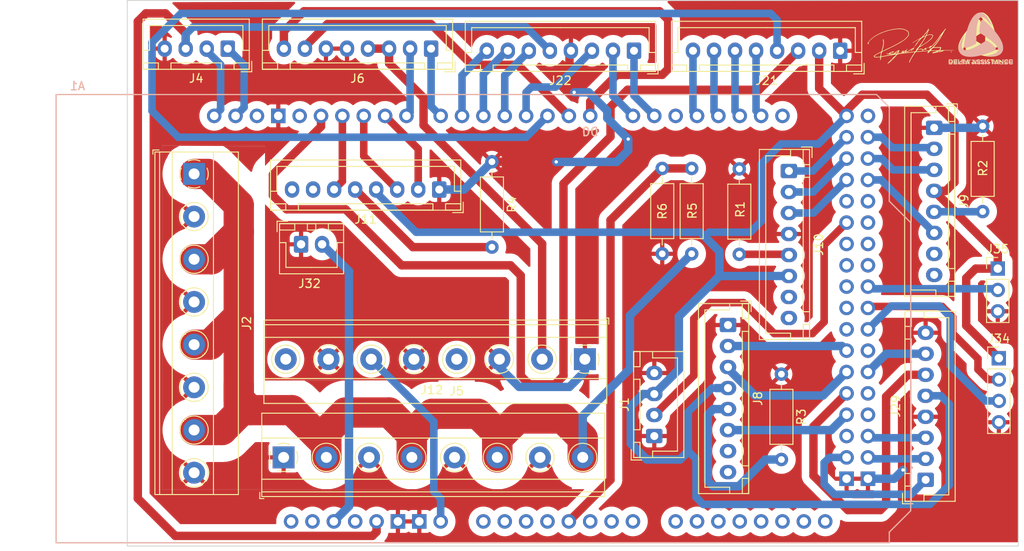
<source format=kicad_pcb>
(kicad_pcb (version 20221018) (generator pcbnew)
  (layers (0 "F.Cu" signal) (31 "B.Cu" signal) (34 "B.Paste" user) (35 "F.Paste" user) (36 "B.SilkS" user "B.Silkscreen") (37 "F.SilkS" user "F.Silkscreen") (38 "B.Mask" user) (39 "F.Mask" user) (44 "Edge.Cuts" user))
  (net 0 "")
  (net 2 "5V")
  (net 20 "R_IS1")
  (net 21 "L_IS1")
  (net 22 "RPWM1")
  (net 23 "LPWM1")
  (net 24 "PWM1")
  (net 25 "PWM2")
  (net 26 "R_IS2")
  (net 27 "L_IS2")
  (net 28 "RPWM2")
  (net 29 "LPWM2")
  (net 30 "TX1")
  (net 31 "RX1")
  (net 32 "LED1")
  (net 33 "LED2")
  (net 34 "LED3")
  (net 35 "LED4")
  (net 36 "PWM BOCINA")
  (net 38 "TRIG1")
  (net 39 "TRIG4")
  (net 40 "TRIG2")
  (net 42 "TRIG3")
  (net 44 "ECHO1")
  (net 45 "ECHO2")
  (net 46 "ECHO3")
  (net 47 "VENTILADOR RELAY")
  (net 48 "LDR_RELAY")
  (net 49 "R_EN1")
  (net 50 "L_EN1")
  (net 51 "R_EN2")
  (net 52 "L_EN2")
  (net 53 "SO")
  (net 54 "CSK")
  (net 55 "CS")
  (net 56 "GND")
  (net 58 "SCL")
  (net 59 "SDA")
  (net 60 "VIN")
  (net 61 "R6S")
  (net 62 "12V")
  (net 65 "R5VR")
  (net 68 "R5VM")
  (net 72 "LDR")
  (net 76 "DV")
  (net 77 "ECHO4")
  (net 78 "PWM BOCINAS_2")
  (net 79 "RESET")
  (net 80 "PIN RELAY")
  (net 82 "Net-(J8-Pin_5)")
  (net 85 "Net-(J10-Pin_5)")
  (net 88 "Net-(J11-Pin_5)")
  (net 94 "5V1")
  (net 97 "Net-(J9-Pin_5)")
  (footprint "LOGO" (layer "F.Cu") (at 127.583884 29.457115)
    (fp_text reference "G***" hide)
    (fp_text value "LOGO" hide)
  )
  (footprint "TerminalBlock_Phoenix:TerminalBlock_Phoenix_MKDS-1,5-8-5.08_1x08_P5.08mm_Horizontal" (layer "F.Cu") (at 52.731084 78.764715)
    (fp_text reference "J12")
    (fp_text value "MOTHERSCREW")
  )
  (footprint "Connector_PinHeader_2.54mm:PinHeader_1x04_P2.54mm_Vertical" (layer "F.Cu") (at 137.764084 66.963715)
    (fp_text reference "J34")
    (fp_text value "Relay 2")
  )
  (footprint "Connector_JST:JST_XH_B8B-XH-A_1x08_P2.50mm_Vertical" (layer "F.Cu") (at 94.387084 30.377715 180)
    (fp_text reference "J22")
    (fp_text value "driver_2")
  )
  (footprint "Connector_JST:JST_XH_B8B-XH-A_1x08_P2.50mm_Vertical" (layer "F.Cu") (at 105.563084 63.016715 -90)
    (fp_text reference "J8")
    (fp_text value "U_S3")
  )
  (footprint "Connector_JST:JST_XH_B8B-XH-A_1x08_P2.50mm_Vertical" (layer "F.Cu") (at 129.058084 81.431715 90)
    (fp_text reference "J29")
    (fp_text value "TB")
  )
  (footprint "Connector_JST:JST_XH_B2B-XH-A_1x02_P2.50mm_Vertical" (layer "F.Cu") (at 54.802084 53.409315)
    (fp_text reference "J32")
    (fp_text value "BOTON RESET" hide)
  )
  (footprint "Connector_JST:JST_XH_B8B-XH-A_1x08_P2.50mm_Vertical" (layer "F.Cu") (at 112.802084 44.681715 -90)
    (fp_text reference "J10")
    (fp_text value "U_S1")
  )
  (footprint "Resistor_THT:R_Axial_DIN0207_L6.3mm_D2.5mm_P10.16mm_Horizontal" (layer "F.Cu") (at 101.244084 54.537715 90)
    (fp_text reference "R6")
    (fp_text value "18000000")
  )
  (footprint "Resistor_THT:R_Axial_DIN0207_L6.3mm_D2.5mm_P10.16mm_Horizontal" (layer "F.Cu") (at 97.744084 44.377715 -90)
    (fp_text reference "R5")
    (fp_text value "10000000")
  )
  (footprint "Connector_JST:JST_XH_B8B-XH-A_1x08_P2.50mm_Vertical" (layer "F.Cu") (at 118.898084 30.377715 180)
    (fp_text reference "J21")
    (fp_text value "driver_1")
  )
  (footprint "Connector_JST:JST_XH_B8B-XH-A_1x08_P2.50mm_Vertical" (layer "F.Cu") (at 71.233084 46.887715 180)
    (fp_text reference "J11")
    (fp_text value "U_S4")
  )
  (footprint "Resistor_THT:R_Axial_DIN0207_L6.3mm_D2.5mm_P10.16mm_Horizontal" (layer "F.Cu") (at 111.913084 68.858715 -90)
    (fp_text reference "R3")
    (fp_text value "330")
  )
  (footprint "Connector_PinHeader_2.54mm:PinHeader_1x03_P2.54mm_Vertical" (layer "F.Cu") (at 137.637084 56.300715)
    (fp_text reference "J35")
    (fp_text value "Relay")
  )
  (footprint "PCM_arduino-library:Arduino_Mega2560_R3_Shield" (layer "F.Cu") (at 25.680084 88.924715)
    (fp_text reference "A1")
    (fp_text value "Arduino_Mega2560_R3_Shield")
  )
  (footprint "Connector_JST:JST_XH_B4B-XH-A_1x04_P2.50mm_Vertical" (layer "F.Cu") (at 96.800084 76.224715 90)
    (fp_text reference "J1")
    (fp_text value "ldr")
  )
  (footprint "Resistor_THT:R_Axial_DIN0207_L6.3mm_D2.5mm_P10.16mm_Horizontal" (layer "F.Cu") (at 77.496084 43.585715 -90)
    (fp_text reference "R4")
    (fp_text value "330")
  )
  (footprint "Connector_JST:JST_XH_B4B-XH-A_1x04_P2.50mm_Vertical" (layer "F.Cu") (at 46.087084 30.123715 180)
    (fp_text reference "J4")
    (fp_text value "Acelerometro")
  )
  (footprint "TerminalBlock_Phoenix:TerminalBlock_Phoenix_MKDS-1,5-8-5.08_1x08_P5.08mm_Horizontal" (layer "F.Cu") (at 42.087484 45.027315 -90)
    (fp_text reference "J2")
    (fp_text value "Bateria")
  )
  (footprint "Resistor_THT:R_Axial_DIN0207_L6.3mm_D2.5mm_P10.16mm_Horizontal" (layer "F.Cu") (at 106.904084 44.437715 -90)
    (fp_text reference "R1")
    (fp_text value "330")
  )
  (footprint "LOGO" (layer "F.Cu") (at 135.584884 28.898315)
    (fp_text reference "G***" hide)
    (fp_text value "LOGO" hide)
  )
  (footprint "Resistor_THT:R_Axial_DIN0207_L6.3mm_D2.5mm_P10.16mm_Horizontal" (layer "F.Cu") (at 135.839084 39.352715 -90)
    (fp_text reference "R2")
    (fp_text value "330")
  )
  (footprint "Connector_JST:JST_XH_B8B-XH-A_1x08_P2.50mm_Vertical" (layer "F.Cu") (at 70.264084 30.123715 180)
    (fp_text reference "J6")
    (fp_text value "SERVO_1_2")
  )
  (footprint "Connector_JST:JST_XH_B8B-XH-A_1x08_P2.50mm_Vertical" (layer "F.Cu") (at 130.074084 39.547715 -90)
    (fp_text reference "J9")
    (fp_text value "U_S2")
  )
  (footprint "TerminalBlock_Phoenix:TerminalBlock_Phoenix_MKDS-1,5-8-5.08_1x08_P5.08mm_Horizontal" (layer "F.Cu") (at 88.545084 67.080715 180)
    (fp_text reference "J5")
    (fp_text value "MOTHERREGULATHOR")
  )
  (footprint "LOGO" (layer "B.Cu") (at 135.635684 28.923715 180)
    (fp_text reference "G***" hide)
    (fp_text value "LOGO" hide)
  )
  (gr_rect (start 34.145084 24.386715) (end 140.077684 89.314715) (stroke (width 0.1)) (fill none) (layer "Edge.Cuts"))
  (segment (start 116.398084 34.862715) (end 119.660084 38.124715) (width 1) (layer "F.Cu") (net 2))
  (segment (start 129.208084 35.607715) (end 132.487084 38.886715) (width 1) (layer "F.Cu") (net 2))
  (segment (start 132.487084 46.015215) (end 131.454584 47.047715) (width 1) (layer "F.Cu") (net 2))
  (segment (start 119.660084 37.489715) (end 121.542084 35.607715) (width 1) (layer "F.Cu") (net 2))
  (segment (start 135.012084 56.300715) (end 133.884084 57.428715) (width 1) (layer "F.Cu") (net 2))
  (segment (start 121.542084 35.607715) (end 129.208084 35.607715) (width 1) (layer "F.Cu") (net 2))
  (segment (start 131.454584 47.047715) (end 130.074084 47.047715) (width 1) (layer "F.Cu") (net 2))
  (segment (start 133.884084 57.428715) (end 133.884084 63.083715) (width 1) (layer "F.Cu") (net 2))
  (segment (start 132.487084 38.886715) (end 132.487084 46.015215) (width 1) (layer "F.Cu") (net 2))
  (segment (start 116.398084 30.377715) (end 116.398084 34.862715) (width 1) (layer "F.Cu") (net 2))
  (segment (start 137.637084 56.300715) (end 135.012084 56.300715) (width 1) (layer "F.Cu") (net 2))
  (segment (start 137.637084 56.300715) (end 137.637084 54.610715) (width 1) (layer "F.Cu") (net 2))
  (segment (start 119.660084 38.124715) (end 119.660084 37.489715) (width 1) (layer "F.Cu") (net 2))
  (segment (start 137.637084 54.610715) (end 130.074084 47.047715) (width 1) (layer "F.Cu") (net 2))
  (segment (start 133.884084 63.083715) (end 137.764084 66.963715) (width 1) (layer "F.Cu") (net 2))
  (segment (start 109.514084 50.657715) (end 109.514084 43.825715) (width 0.9) (layer "B.Cu") (net 2))
  (segment (start 103.655084 70.516715) (end 104.166084 70.516715) (width 0.9) (layer "B.Cu") (net 2))
  (segment (start 95.450084 71.224715) (end 96.800084 71.224715) (width 1) (layer "B.Cu") (net 2))
  (segment (start 109.514084 43.825715) (end 111.882084 41.457715) (width 0.9) (layer "B.Cu") (net 2))
  (segment (start 104.166084 70.516715) (end 105.563084 70.516715) (width 1) (layer "B.Cu") (net 2))
  (segment (start 131.852084 82.066715) (end 131.852084 72.415715) (width 0.9) (layer "B.Cu") (net 2))
  (segment (start 95.911084 79.018715) (end 94.006084 77.113715) (width 1) (layer "B.Cu") (net 2))
  (segment (start 108.204084 51.967715) (end 109.514084 50.657715) (width 0.9) (layer "B.Cu") (net 2))
  (segment (start 101.764084 83.507715) (end 102.614084 84.357715) (width 0.9) (layer "B.Cu") (net 2))
  (segment (start 68.479084 51.967715) (end 63.733084 47.221715) (width 0.9) (layer "B.Cu") (net 2))
  (segment (start 99.721084 62.000715) (end 99.721084 68.303715) (width 1) (layer "B.Cu") (net 2))
  (segment (start 102.793484 52.494915) (end 104.540084 54.241515) (width 1) (layer "B.Cu") (net 2))
  (segment (start 116.327084 41.457715) (end 119.660084 38.124715) (width 0.9) (layer "B.Cu") (net 2))
  (segment (start 100.839084 78.032715) (end 99.853084 79.018715) (width 1) (layer "B.Cu") (net 2))
  (segment (start 100.839084 77.357715) (end 100.839084 73.332715) (width 0.9) (layer "B.Cu") (net 2))
  (segment (start 130.868084 71.431715) (end 129.058084 71.431715) (width 0.9) (layer "B.Cu") (net 2))
  (segment (start 100.839084 73.332715) (end 103.655084 70.516715) (width 0.9) (layer "B.Cu") (net 2))
  (segment (start 102.614084 84.357715) (end 129.561084 84.357715) (width 0.9) (layer "B.Cu") (net 2))
  (segment (start 99.853084 79.018715) (end 95.911084 79.018715) (width 1) (layer "B.Cu") (net 2))
  (segment (start 63.733084 47.221715) (end 63.733084 46.887715) (width 0.9) (layer "B.Cu") (net 2))
  (segment (start 103.320684 51.967715) (end 108.204084 51.967715) (width 0.9) (layer "B.Cu") (net 2))
  (segment (start 111.882084 41.457715) (end 116.327084 41.457715) (width 0.9) (layer "B.Cu") (net 2))
  (segment (start 100.839084 78.032715) (end 100.839084 77.457715) (width 0.9) (layer "B.Cu") (net 2))
  (segment (start 100.839084 78.032715) (end 101.764084 78.957715) (width 0.9) (layer "B.Cu") (net 2))
  (segment (start 104.540084 54.241515) (end 104.540084 57.181715) (width 1) (layer "B.Cu") (net 2))
  (segment (start 102.793484 52.494915) (end 103.320684 51.967715) (width 0.9) (layer "B.Cu") (net 2))
  (segment (start 94.006084 77.113715) (end 94.006084 72.668715) (width 1) (layer "B.Cu") (net 2))
  (segment (start 94.006084 72.668715) (end 95.450084 71.224715) (width 1) (layer "B.Cu") (net 2))
  (segment (start 129.561084 84.357715) (end 131.852084 82.066715) (width 0.9) (layer "B.Cu") (net 2))
  (segment (start 102.793484 52.494915) (end 102.266284 51.967715) (width 0.9) (layer "B.Cu") (net 2))
  (segment (start 131.852084 72.415715) (end 130.868084 71.431715) (width 0.9) (layer "B.Cu") (net 2))
  (segment (start 99.721084 68.303715) (end 96.800084 71.224715) (width 1) (layer "B.Cu") (net 2))
  (segment (start 112.802084 57.181715) (end 104.540084 57.181715) (width 1) (layer "B.Cu") (net 2))
  (segment (start 101.764084 78.957715) (end 101.764084 83.507715) (width 0.9) (layer "B.Cu") (net 2))
  (segment (start 102.266284 51.967715) (end 68.479084 51.967715) (width 0.9) (layer "B.Cu") (net 2))
  (segment (start 104.540084 57.181715) (end 99.721084 62.000715) (width 1) (layer "B.Cu") (net 2))
  (segment (start 101.398084 37.642715) (end 101.880084 38.124715) (width 0.9) (layer "B.Cu") (net 20))
  (segment (start 101.398084 30.377715) (end 101.398084 37.642715) (width 0.9) (layer "B.Cu") (net 20))
  (segment (start 103.898084 30.377715) (end 103.898084 37.602715) (width 0.9) (layer "B.Cu") (net 21))
  (segment (start 103.898084 37.602715) (end 104.420084 38.124715) (width 0.9) (layer "B.Cu") (net 21))
  (segment (start 37.087084 29.377395) (end 37.087084 37.544406) (width 0.9) (layer "B.Cu") (net 22))
  (segment (start 110.627884 25.937715) (end 40.526764 25.937715) (width 0.9) (layer "B.Cu") (net 22))
  (segment (start 37.087084 37.544406) (end 40.207393 40.664715) (width 0.9) (layer "B.Cu") (net 22))
  (segment (start 40.526764 25.937715) (end 37.087084 29.377395) (width 0.9) (layer "B.Cu") (net 22))
  (segment (start 111.398084 30.377715) (end 111.398084 26.707915) (width 0.9) (layer "B.Cu") (net 22))
  (segment (start 81.560084 40.664715) (end 84.100084 38.124715) (width 0.9) (layer "B.Cu") (net 22))
  (segment (start 111.398084 26.707915) (end 110.627884 25.937715) (width 0.9) (layer "B.Cu") (net 22))
  (segment (start 40.207393 40.664715) (end 81.560084 40.664715) (width 0.9) (layer "B.Cu") (net 22))
  (segment (start 60.096084 49.243715) (end 53.100084 49.243715) (width 1) (layer "F.Cu") (net 23))
  (segment (start 51.460084 47.603715) (end 51.460084 45.111715) (width 1) (layer "F.Cu") (net 23))
  (segment (start 80.924084 69.055715) (end 80.924084 57.117715) (width 1) (layer "F.Cu") (net 23))
  (segment (start 84.988084 70.071715) (end 81.940084 70.071715) (width 1) (layer "F.Cu") (net 23))
  (segment (start 66.760084 55.907715) (end 60.096084 49.243715) (width 1) (layer "F.Cu") (net 23))
  (segment (start 51.460084 45.111715) (end 57.176084 39.395715) (width 1) (layer "F.Cu") (net 23))
  (segment (start 57.176084 39.395715) (end 57.176084 38.124715) (width 1) (layer "F.Cu") (net 23))
  (segment (start 109.256084 35.019715) (end 93.624084 35.019715) (width 1) (layer "F.Cu") (net 23))
  (segment (start 86.004084 69.055715) (end 84.988084 70.071715) (width 1) (layer "F.Cu") (net 23))
  (segment (start 86.004084 46.195715) (end 86.004084 69.055715) (width 1) (layer "F.Cu") (net 23))
  (segment (start 79.714084 55.907715) (end 66.760084 55.907715) (width 1) (layer "F.Cu") (net 23))
  (segment (start 91.592084 37.051715) (end 91.592084 40.607715) (width 1) (layer "F.Cu") (net 23))
  (segment (start 80.924084 57.117715) (end 79.714084 55.907715) (width 1) (layer "F.Cu") (net 23))
  (segment (start 53.100084 49.243715) (end 51.460084 47.603715) (width 1) (layer "F.Cu") (net 23))
  (segment (start 81.940084 70.071715) (end 80.924084 69.055715) (width 1) (layer "F.Cu") (net 23))
  (segment (start 93.624084 35.019715) (end 91.592084 37.051715) (width 1) (layer "F.Cu") (net 23))
  (segment (start 91.592084 40.607715) (end 86.004084 46.195715) (width 1) (layer "F.Cu") (net 23))
  (segment (start 113.898084 30.377715) (end 109.256084 35.019715) (width 1) (layer "F.Cu") (net 23))
  (segment (start 70.264084 30.123715) (end 70.264084 36.988715) (width 0.9) (layer "B.Cu") (net 24))
  (segment (start 70.264084 36.988715) (end 71.400084 38.124715) (width 0.9) (layer "B.Cu") (net 24))
  (segment (start 67.764084 30.123715) (end 67.764084 37.696715) (width 0.9) (layer "B.Cu") (net 25))
  (segment (start 67.764084 37.696715) (end 67.336084 38.124715) (width 0.9) (layer "B.Cu") (net 25))
  (segment (start 79.387084 30.377715) (end 79.262084 30.377715) (width 0.9) (layer "B.Cu") (net 26))
  (segment (start 76.480084 33.159715) (end 76.480084 38.124715) (width 0.9) (layer "B.Cu") (net 26))
  (segment (start 79.262084 30.377715) (end 76.480084 33.159715) (width 0.9) (layer "B.Cu") (net 26))
  (segment (start 81.887084 30.377715) (end 81.887084 30.431715) (width 0.9) (layer "B.Cu") (net 27))
  (segment (start 79.020084 33.298715) (end 79.020084 38.124715) (width 0.9) (layer "B.Cu") (net 27))
  (segment (start 81.887084 30.431715) (end 79.020084 33.298715) (width 0.9) (layer "B.Cu") (net 27))
  (segment (start 82.195084 34.695715) (end 81.560084 35.330715) (width 0.9) (layer "B.Cu") (net 28))
  (segment (start 85.069084 34.695715) (end 82.195084 34.695715) (width 0.9) (layer "B.Cu") (net 28))
  (segment (start 89.387084 30.377715) (end 85.069084 34.695715) (width 0.9) (layer "B.Cu") (net 28))
  (segment (start 81.560084 35.330715) (end 81.560084 38.124715) (width 0.9) (layer "B.Cu") (net 28))
  (segment (start 73.940084 33.298715) (end 73.940084 38.124715) (width 0.9) (layer "B.Cu") (net 29))
  (segment (start 76.887084 30.377715) (end 76.861084 30.377715) (width 0.9) (layer "B.Cu") (net 29))
  (segment (start 76.861084 30.377715) (end 73.940084 33.298715) (width 0.9) (layer "B.Cu") (net 29))
  (segment (start 80.568084 32.052715) (end 75.107084 32.052715) (width 1) (layer "F.Cu") (net 30))
  (segment (start 75.107084 32.052715) (end 70.257084 27.202715) (width 1) (layer "F.Cu") (net 30))
  (segment (start 86.640084 38.124715) (end 80.568084 32.052715) (width 1) (layer "F.Cu") (net 30))
  (segment (start 55.264084 29.876715) (end 55.264084 30.123715) (width 1) (layer "F.Cu") (net 30))
  (segment (start 70.257084 27.202715) (end 57.938084 27.202715) (width 1) (layer "F.Cu") (net 30))
  (segment (start 57.938084 27.202715) (end 55.264084 29.876715) (width 1) (layer "F.Cu") (net 30))
  (segment (start 89.180084 38.124715) (end 89.180084 36.415715) (width 1) (layer "F.Cu") (net 31))
  (segment (start 97.746084 33.241715) (end 98.451084 32.536715) (width 1) (layer "F.Cu") (net 31))
  (segment (start 97.434084 25.677715) (end 55.145084 25.677715) (width 1) (layer "F.Cu") (net 31))
  (segment (start 52.764084 28.058715) (end 52.764084 30.123715) (width 1) (layer "F.Cu") (net 31))
  (segment (start 55.145084 25.677715) (end 52.764084 28.058715) (width 1) (layer "F.Cu") (net 31))
  (segment (start 92.354084 33.241715) (end 97.746084 33.241715) (width 1) (layer "F.Cu") (net 31))
  (segment (start 89.180084 36.415715) (end 92.354084 33.241715) (width 1) (layer "F.Cu") (net 31))
  (segment (start 98.451084 26.694715) (end 97.434084 25.677715) (width 1) (layer "F.Cu") (net 31))
  (segment (start 98.451084 32.536715) (end 98.451084 26.694715) (width 1) (layer "F.Cu") (net 31))
  (segment (start 112.802084 49.681715) (end 115.723084 49.681715) (width 0.9) (layer "B.Cu") (net 32))
  (segment (start 115.723084 49.681715) (end 119.660084 45.744715) (width 0.9) (layer "B.Cu") (net 32))
  (segment (start 123.780084 45.744715) (end 122.200084 45.744715) (width 0.9) (layer "B.Cu") (net 33))
  (segment (start 124.027884 45.992515) (end 123.780084 45.744715) (width 0.9) (layer "B.Cu") (net 33))
  (segment (start 130.074084 52.047715) (end 124.027884 46.001515) (width 0.9) (layer "B.Cu") (net 33))
  (segment (start 124.027884 46.001515) (end 124.027884 45.992515) (width 0.9) (layer "B.Cu") (net 33))
  (segment (start 105.563084 75.516715) (end 117.828084 75.516715) (width 1) (layer "B.Cu") (net 34))
  (segment (start 117.828084 75.516715) (end 119.660084 73.684715) (width 1) (layer "B.Cu") (net 34))
  (segment (start 59.716084 45.904715) (end 58.733084 46.887715) (width 0.9) (layer "F.Cu") (net 35))
  (segment (start 59.716084 38.124715) (end 59.716084 45.904715) (width 0.9) (layer "F.Cu") (net 35))
  (segment (start 126.953084 68.931715) (end 129.058084 68.931715) (width 1) (layer "F.Cu") (net 36))
  (segment (start 123.679084 85.032715) (end 124.359084 84.352715) (width 1) (layer "F.Cu") (net 36))
  (segment (start 124.359084 84.352715) (end 124.359084 71.525715) (width 1) (layer "F.Cu") (net 36))
  (segment (start 124.359084 71.525715) (end 126.953084 68.931715) (width 1) (layer "F.Cu") (net 36))
  (segment (start 115.723084 75.081715) (end 115.723084 80.941715) (width 1) (layer "F.Cu") (net 36))
  (segment (start 115.723084 80.941715) (end 119.814084 85.032715) (width 1) (layer "F.Cu") (net 36))
  (segment (start 119.814084 85.032715) (end 123.679084 85.032715) (width 1) (layer "F.Cu") (net 36))
  (segment (start 119.660084 71.144715) (end 115.723084 75.081715) (width 1) (layer "F.Cu") (net 36))
  (segment (start 112.802084 47.181715) (end 115.683084 47.181715) (width 0.9) (layer "B.Cu") (net 38))
  (segment (start 115.683084 47.181715) (end 119.660084 43.204715) (width 0.9) (layer "B.Cu") (net 38))
  (segment (start 62.256084 38.124715) (end 62.256084 42.910715) (width 0.9) (layer "F.Cu") (net 39))
  (segment (start 62.256084 42.910715) (end 66.233084 46.887715) (width 0.9) (layer "F.Cu") (net 39))
  (segment (start 130.074084 44.547715) (end 125.173884 44.547715) (width 0.9) (layer "B.Cu") (net 40))
  (segment (start 123.830884 43.204715) (end 122.200084 43.204715) (width 0.9) (layer "B.Cu") (net 40))
  (segment (start 125.173884 44.547715) (end 123.830884 43.204715) (width 0.9) (layer "B.Cu") (net 40))
  (segment (start 105.563084 68.016715) (end 105.563084 68.199684) (width 1) (layer "B.Cu") (net 42))
  (segment (start 116.866084 71.398715) (end 119.660084 68.604715) (width 1) (layer "B.Cu") (net 42))
  (segment (start 108.762115 71.398715) (end 116.866084 71.398715) (width 1) (layer "B.Cu") (net 42))
  (segment (start 105.563084 68.199684) (end 108.762115 71.398715) (width 1) (layer "B.Cu") (net 42))
  (segment (start 112.802084 44.681715) (end 115.643084 44.681715) (width 0.9) (layer "B.Cu") (net 44))
  (segment (start 115.643084 44.681715) (end 119.660084 40.664715) (width 0.9) (layer "B.Cu") (net 44))
  (segment (start 129.929484 41.903115) (end 125.069284 41.903115) (width 0.9) (layer "B.Cu") (net 45))
  (segment (start 125.069284 41.903115) (end 123.830884 40.664715) (width 0.9) (layer "B.Cu") (net 45))
  (segment (start 123.830884 40.664715) (end 122.200084 40.664715) (width 0.9) (layer "B.Cu") (net 45))
  (segment (start 130.074084 42.047715) (end 129.929484 41.903115) (width 0.9) (layer "B.Cu") (net 45))
  (segment (start 105.563084 65.516715) (end 119.112084 65.516715) (width 1) (layer "B.Cu") (net 46))
  (segment (start 119.112084 65.516715) (end 119.660084 66.064715) (width 1) (layer "B.Cu") (net 46))
  (segment (start 135.280084 68.293715) (end 136.490084 69.503715) (width 0.9) (layer "F.Cu") (net 47))
  (segment (start 122.384084 60.800715) (end 131.012884 60.800715) (width 0.9) (layer "F.Cu") (net 47))
  (segment (start 132.282884 64.026515) (end 135.280084 67.023715) (width 0.9) (layer "F.Cu") (net 47))
  (segment (start 136.490084 69.503715) (end 137.764084 69.503715) (width 0.9) (layer "F.Cu") (net 47))
  (segment (start 122.200084 60.984715) (end 122.384084 60.800715) (width 0.9) (layer "F.Cu") (net 47))
  (segment (start 131.012884 60.800715) (end 132.282884 62.070715) (width 0.9) (layer "F.Cu") (net 47))
  (segment (start 132.282884 62.070715) (end 132.282884 64.026515) (width 0.9) (layer "F.Cu") (net 47))
  (segment (start 135.280084 67.023715) (end 135.280084 68.293715) (width 0.9) (layer "F.Cu") (net 47))
  (segment (start 131.979084 67.842715) (end 131.979084 62.020915) (width 0.9) (layer "B.Cu") (net 48))
  (segment (start 136.180084 72.043715) (end 131.979084 67.842715) (width 0.9) (layer "B.Cu") (net 48))
  (segment (start 130.708084 60.749915) (end 124.974884 60.749915) (width 0.9) (layer "B.Cu") (net 48))
  (segment (start 137.764084 72.043715) (end 136.180084 72.043715) (width 0.9) (layer "B.Cu") (net 48))
  (segment (start 131.979084 62.020915) (end 130.708084 60.749915) (width 0.9) (layer "B.Cu") (net 48))
  (segment (start 124.974884 60.749915) (end 122.200084 63.524715) (width 0.9) (layer "B.Cu") (net 48))
  (segment (start 106.398084 30.377715) (end 106.398084 37.562715) (width 0.9) (layer "B.Cu") (net 49))
  (segment (start 106.398084 37.562715) (end 106.960084 38.124715) (width 0.9) (layer "B.Cu") (net 49))
  (segment (start 108.898084 30.377715) (end 108.898084 37.522715) (width 0.9) (layer "B.Cu") (net 50))
  (segment (start 108.898084 37.522715) (end 109.500084 38.124715) (width 0.9) (layer "B.Cu") (net 50))
  (segment (start 91.887084 35.751715) (end 94.260084 38.124715) (width 0.9) (layer "B.Cu") (net 51))
  (segment (start 91.887084 30.377715) (end 91.887084 35.751715) (width 0.9) (layer "B.Cu") (net 51))
  (segment (start 94.387084 35.711715) (end 96.800084 38.124715) (width 0.9) (layer "B.Cu") (net 52))
  (segment (start 94.387084 30.377715) (end 94.387084 35.711715) (width 0.9) (layer "B.Cu") (net 52))
  (segment (start 122.407084 76.431715) (end 122.200084 76.224715) (width 0.9) (layer "B.Cu") (net 53))
  (segment (start 129.058084 76.431715) (end 122.407084 76.431715) (width 0.9) (layer "B.Cu") (net 53))
  (segment (start 119.660084 78.764715) (end 117.628084 78.764715) (width 0.9) (layer "B.Cu") (net 54))
  (segment (start 127.332084 83.157715) (end 129.058084 81.431715) (width 0.9) (layer "B.Cu") (net 54))
  (segment (start 117.628084 78.764715) (end 116.993084 79.399715) (width 0.9) (layer "B.Cu") (net 54))
  (segment (start 118.211084 83.157715) (end 127.332084 83.157715) (width 0.9) (layer "B.Cu") (net 54))
  (segment (start 116.993084 79.399715) (end 116.993084 81.939715) (width 0.9) (layer "B.Cu") (net 54))
  (segment (start 116.993084 81.939715) (end 118.211084 83.157715) (width 0.9) (layer "B.Cu") (net 54))
  (segment (start 129.058084 78.931715) (end 122.367084 78.931715) (width 0.9) (layer "B.Cu") (net 55))
  (segment (start 122.367084 78.931715) (end 122.200084 78.764715) (width 0.9) (layer "B.Cu") (net 55))
  (segment (start 85.134284 43.585715) (end 77.496084 43.585715) (width 1) (layer "F.Cu") (net 56))
  (segment (start 86.715284 34.765715) (end 86.715284 30.549515) (width 1) (layer "F.Cu") (net 56))
  (segment (start 85.140484 43.591915) (end 85.140484 43.604915) (width 1) (layer "F.Cu") (net 56))
  (segment (start 86.715284 30.549515) (end 86.887084 30.377715) (width 1) (layer "F.Cu") (net 56))
  (segment (start 87.274084 35.324515) (end 86.715284 34.765715) (width 1) (layer "F.Cu") (net 56))
  (segment (start 85.134284 43.585715) (end 85.140484 43.591915) (width 1) (layer "F.Cu") (net 56))
  (via (at 87.274084 35.324515) (size 0.8) (drill 0.4) (layers "F.Cu" "B.Cu") (net 56))
  (via (at 93.700284 40.887115) (size 0.8) (drill 0.4) (layers "F.Cu" "B.Cu") (net 56))
  (via (at 85.140484 43.604915) (size 0.8) (drill 0.4) (layers "F.Cu" "B.Cu") (net 56))
  (via (at 126.364684 80.257115) (size 0.8) (drill 0.4) (layers "F.Cu" "B.Cu") (net 56))
  (segment (start 88.545084 68.546715) (end 88.545084 67.080715) (width 1) (layer "B.Cu") (net 56))
  (segment (start 93.700284 40.887115) (end 91.211084 38.397915) (width 1) (layer "B.Cu") (net 56))
  (segment (start 80.720884 70.376515) (end 86.715284 70.376515) (width 1) (layer "B.Cu") (net 56))
  (segment (start 78.385084 67.080715) (end 78.385084 68.040715) (width 1) (layer "B.Cu") (net 56))
  (segment (start 71.233084 46.887715) (end 74.194084 46.887715) (width 1) (layer "B.Cu") (net 56))
  (segment (start 86.715284 70.376515) (end 88.545084 68.546715) (width 1) (layer "B.Cu") (net 56))
  (segment (start 78.385084 68.040715) (end 80.720884 70.376515) (width 1) (layer "B.Cu") (net 56))
  (segment (start 125.317084 81.304715) (end 126.364684 80.257115) (width 1) (layer "B.Cu") (net 56))
  (segment (start 74.194084 46.887715) (end 77.496084 43.585715) (width 1) (layer "B.Cu") (net 56))
  (segment (start 130.074084 39.547715) (end 135.644084 39.547715) (width 1) (layer "B.Cu") (net 56))
  (segment (start 122.200084 81.304715) (end 125.317084 81.304715) (width 1) (layer "B.Cu") (net 56))
  (segment (start 92.328684 43.604915) (end 93.700284 42.233315) (width 1) (layer "B.Cu") (net 56))
  (segment (start 85.140484 43.604915) (end 92.328684 43.604915) (width 1) (layer "B.Cu") (net 56))
  (segment (start 89.001284 35.324515) (end 87.274084 35.324515) (width 1) (layer "B.Cu") (net 56))
  (segment (start 135.644084 39.547715) (end 135.839084 39.352715) (width 1) (layer "B.Cu") (net 56))
  (segment (start 91.211084 37.534315) (end 89.001284 35.324515) (width 1) (layer "B.Cu") (net 56))
  (segment (start 93.700284 42.233315) (end 93.700284 40.887115) (width 1) (layer "B.Cu") (net 56))
  (segment (start 91.211084 38.397915) (end 91.211084 37.534315) (width 1) (layer "B.Cu") (net 56))
  (segment (start 43.587084 30.377715) (end 45.238084 32.028715) (width 0.9) (layer "B.Cu") (net 58))
  (segment (start 43.587084 30.123715) (end 43.587084 30.377715) (width 0.9) (layer "B.Cu") (net 58))
  (segment (start 45.238084 32.028715) (end 45.238084 37.362715) (width 0.9) (layer "B.Cu") (net 58))
  (segment (start 45.238084 37.362715) (end 44.476084 38.124715) (width 0.9) (layer "B.Cu") (net 58))
  (segment (start 48.032084 37.108715) (end 47.016084 38.124715) (width 0.9) (layer "B.Cu") (net 59))
  (segment (start 48.032084 32.068715) (end 48.032084 37.108715) (width 0.9) (layer "B.Cu") (net 59))
  (segment (start 46.087084 30.123715) (end 48.032084 32.068715) (width 0.9) (layer "B.Cu") (net 59))
  (segment (start 70.589084 74.524715) (end 70.589084 82.832715) (width 0.9) (layer "B.Cu") (net 60))
  (segment (start 70.589084 82.832715) (end 71.400084 83.643715) (width 0.9) (layer "B.Cu") (net 60))
  (segment (start 63.145084 67.080715) (end 70.589084 74.524715) (width 0.9) (layer "B.Cu") (net 60))
  (segment (start 71.400084 83.643715) (end 71.400084 86.384715) (width 0.9) (layer "B.Cu") (net 60))
  (segment (start 83.465084 67.080715) (end 83.465084 53.33778) (width 1) (layer "F.Cu") (net 61))
  (segment (start 69.368084 39.24078) (end 69.368084 35.965715) (width 1) (layer "F.Cu") (net 61))
  (segment (start 69.368084 35.965715) (end 65.264084 31.861715) (width 1) (layer "F.Cu") (net 61))
  (segment (start 83.465084 53.33778) (end 69.368084 39.24078) (width 1) (layer "F.Cu") (net 61))
  (segment (start 62.764084 30.123715) (end 65.264084 30.123715) (width 1) (layer "F.Cu") (net 61))
  (segment (start 65.264084 31.861715) (end 65.264084 30.123715) (width 1) (layer "F.Cu") (net 61))
  (segment (start 47.396084 61.943715) (end 47.396084 51.936115) (width 3.6) (layer "F.Cu") (net 62))
  (segment (start 48.742284 73.145115) (end 53.720684 73.145115) (width 3.6) (layer "F.Cu") (net 62))
  (segment (start 80.543084 74.135715) (end 85.927884 74.135715) (width 3.6) (layer "F.Cu") (net 62))
  (segment (start 78.131084 75.889315) (end 78.131084 78.764715) (width 3.6) (layer "F.Cu") (net 62))
  (segment (start 88.291084 76.498915) (end 88.291084 78.764715) (width 3.6) (layer "F.Cu") (net 62))
  (segment (start 47.396084 51.936115) (end 47.396084 48.735715) (width 3.6) (layer "F.Cu") (net 62))
  (segment (start 85.927884 74.135715) (end 88.291084 76.498915) (width 3.6) (layer "F.Cu") (net 62))
  (segment (start 70.408484 73.576915) (end 75.818684 73.576915) (width 3.6) (layer "F.Cu") (net 62))
  (segment (start 42.139084 65.352715) (end 43.987084 65.352715) (width 3.6) (layer "F.Cu") (net 62))
  (segment (start 47.396084 48.735715) (end 43.693084 45.032715) (width 3.6) (layer "F.Cu") (net 62))
  (segment (start 57.811084 78.764715) (end 57.811084 78.110715) (width 0.9) (layer "F.Cu") (net 62))
  (segment (start 67.971084 76.014315) (end 70.408484 73.576915) (width 3.6) (layer "F.Cu") (net 62))
  (segment (start 47.396084 71.798915) (end 48.742284 73.145115) (width 3.6) (layer "F.Cu") (net 62))
  (segment (start 57.811084 78.764715) (end 57.811084 75.684115) (width 3.6) (layer "F.Cu") (net 62))
  (segment (start 88.291084 77.809715) (end 88.291084 78.764715) (width 0.9) (layer "F.Cu") (net 62))
  (segment (start 53.720684 73.145115) (end 57.811084 77.235515) (width 3.6) (layer "F.Cu") (net 62))
  (segment (start 78.131084 78.764715) (end 78.131084 78.215715) (width 0.9) (layer "F.Cu") (net 62))
  (segment (start 57.811084 75.684115) (end 60.070684 73.424515) (width 3.6) (layer "F.Cu") (net 62))
  (segment (start 57.811084 77.934715) (end 57.811084 78.764715) (width 2) (layer "F.Cu") (net 62))
  (segment (start 78.131084 78.764715) (end 78.131084 76.547715) (width 3.6) (layer "F.Cu") (net 62))
  (segment (start 57.811084 77.235515) (end 57.811084 78.764715) (width 3.6) (layer "F.Cu") (net 62))
  (segment (start 75.818684 73.576915) (end 78.131084 75.889315) (width 3.6) (layer "F.Cu") (net 62))
  (segment (start 47.396084 70.255715) (end 47.396084 71.798915) (width 3.6) (layer "F.Cu") (net 62))
  (segment (start 47.396084 70.255715) (end 47.396084 61.943715) (width 3.6) (layer "F.Cu") (net 62))
  (segment (start 67.971084 76.092515) (end 67.971084 78.764715) (width 3.6) (layer "F.Cu") (net 62))
  (segment (start 42.139084 75.512715) (end 45.409484 75.512715) (width 3.6) (layer "F.Cu") (net 62))
  (segment (start 45.409484 75.512715) (end 47.396084 73.526115) (width 3.6) (layer "F.Cu") (net 62))
  (segment (start 47.396084 51.936115) (end 44.139484 55.192715) (width 3.6) (layer "F.Cu") (net 62))
  (segment (start 44.139484 55.192715) (end 42.139084 55.192715) (width 3.6) (layer "F.Cu") (net 62))
  (segment (start 43.693084 45.032715) (end 42.139084 45.032715) (width 3.6) (layer "F.Cu") (net 62))
  (segment (start 43.987084 65.352715) (end 47.396084 61.943715) (width 3.6) (layer "F.Cu") (net 62))
  (segment (start 60.070684 73.424515) (end 65.303084 73.424515) (width 3.6) (layer "F.Cu") (net 62))
  (segment (start 78.131084 76.547715) (end 80.543084 74.135715) (width 3.6) (layer "F.Cu") (net 62))
  (segment (start 78.131084 78.024715) (end 78.131084 78.764715) (width 0.9) (layer "F.Cu") (net 62))
  (segment (start 47.396084 73.526115) (end 47.396084 70.255715) (width 3.6) (layer "F.Cu") (net 62))
  (segment (start 65.303084 73.424515) (end 67.971084 76.092515) (width 3.6) (layer "F.Cu") (net 62))
  (segment (start 67.971084 78.764715) (end 67.971084 76.014315) (width 3.6) (layer "F.Cu") (net 62))
  (segment (start 93.903484 61.878315) (end 93.903484 68.217515) (width 1) (layer "B.Cu") (net 62))
  (segment (start 101.244084 54.537715) (end 93.903484 61.878315) (width 1) (layer "B.Cu") (net 62))
  (segment (start 88.291084 78.764715) (end 88.291084 73.829915) (width 1) (layer "B.Cu") (net 62))
  (segment (start 93.903484 68.217515) (end 88.291084 73.829915) (width 1) (layer "B.Cu") (net 62))
  (segment (start 111.070764 64.032715) (end 115.596084 64.032715) (width 0.9) (layer "F.Cu") (net 72))
  (segment (start 115.596084 64.032715) (end 116.993084 62.635715) (width 0.9) (layer "F.Cu") (net 72))
  (segment (start 103.404084 60.349715) (end 107.387764 60.349715) (width 0.9) (layer "F.Cu") (net 72))
  (segment (start 96.800084 73.724715) (end 101.499084 69.025715) (width 0.9) (layer "F.Cu") (net 72))
  (segment (start 101.499084 69.025715) (end 101.499084 62.254715) (width 0.9) (layer "F.Cu") (net 72))
  (segment (start 107.387764 60.349715) (end 111.070764 64.032715) (width 0.9) (layer "F.Cu") (net 72))
  (segment (start 116.993084 53.491715) (end 119.660084 50.824715) (width 0.9) (layer "F.Cu") (net 72))
  (segment (start 101.499084 62.254715) (end 103.404084 60.349715) (width 0.9) (layer "F.Cu") (net 72))
  (segment (start 116.993084 62.635715) (end 116.993084 53.491715) (width 0.9) (layer "F.Cu") (net 72))
  (segment (start 91.593084 50.528715) (end 97.744084 44.377715) (width 1) (layer "F.Cu") (net 76))
  (segment (start 91.593084 81.431715) (end 91.593084 50.528715) (width 1) (layer "F.Cu") (net 76))
  (segment (start 97.744084 44.377715) (end 101.244084 44.377715) (width 1) (layer "F.Cu") (net 76))
  (segment (start 86.640084 86.384715) (end 91.593084 81.431715) (width 1) (layer "F.Cu") (net 76))
  (segment (start 68.733084 42.061715) (end 64.796084 38.124715) (width 0.9) (layer "F.Cu") (net 77))
  (segment (start 68.733084 46.887715) (end 68.733084 42.061715) (width 0.9) (layer "F.Cu") (net 77))
  (segment (start 129.058084 66.431715) (end 124.373084 66.431715) (width 1) (layer "B.Cu") (net 78))
  (segment (start 124.373084 66.431715) (end 122.200084 68.604715) (width 1) (layer "B.Cu") (net 78))
  (segment (start 60.502484 56.609715) (end 57.302084 53.409315) (width 1) (layer "B.Cu") (net 79))
  (segment (start 58.700084 86.384715) (end 60.502484 84.582315) (width 1) (layer "B.Cu") (net 79))
  (segment (start 60.502484 84.582315) (end 60.502484 56.609715) (width 1) (layer "B.Cu") (net 79))
  (segment (start 137.495084 58.698715) (end 122.454084 58.698715) (width 0.9) (layer "B.Cu") (net 80))
  (segment (start 137.637084 58.840715) (end 137.495084 58.698715) (width 0.9) (layer "B.Cu") (net 80))
  (segment (start 122.454084 58.698715) (end 122.200084 58.444715) (width 0.9) (layer "B.Cu") (net 80))
  (segment (start 103.785084 82.193715) (end 106.833084 82.193715) (width 1) (layer "B.Cu") (net 82))
  (segment (start 110.008084 79.018715) (end 111.913084 79.018715) (width 1) (layer "B.Cu") (net 82))
  (segment (start 103.150084 73.684715) (end 103.150084 81.558715) (width 1) (layer "B.Cu") (net 82))
  (segment (start 105.563084 73.016715) (end 103.818084 73.016715) (width 1) (layer "B.Cu") (net 82))
  (segment (start 106.833084 82.193715) (end 110.008084 79.018715) (width 1) (layer "B.Cu") (net 82))
  (segment (start 103.150084 81.558715) (end 103.785084 82.193715) (width 1) (layer "B.Cu") (net 82))
  (segment (start 103.818084 73.016715) (end 103.150084 73.684715) (width 1) (layer "B.Cu") (net 82))
  (segment (start 106.904084 54.597715) (end 112.718084 54.597715) (width 0.9) (layer "F.Cu") (net 85))
  (segment (start 68.091084 53.745715) (end 61.233084 46.887715) (width 1) (layer "F.Cu") (net 88))
  (segment (start 77.496084 53.745715) (end 68.091084 53.745715) (width 1) (layer "F.Cu") (net 88))
  (segment (start 41.087084 30.123715) (end 41.087084 28.320715) (width 1) (layer "F.Cu") (net 94))
  (segment (start 38.694084 25.927715) (end 36.353084 25.927715) (width 1) (layer "F.Cu") (net 94))
  (segment (start 41.087084 28.320715) (end 38.694084 25.927715) (width 1) (layer "F.Cu") (net 94))
  (segment (start 36.353084 25.927715) (end 35.394084 26.886715) (width 1) (layer "F.Cu") (net 94))
  (segment (start 35.394084 26.886715) (end 35.394084 83.652715) (width 1) (layer "F.Cu") (net 94))
  (segment (start 63.291084 88.105715) (end 63.780084 87.616715) (width 1) (layer "F.Cu") (net 94))
  (segment (start 63.780084 87.616715) (end 63.780084 86.384715) (width 1) (layer "F.Cu") (net 94))
  (segment (start 39.847084 88.105715) (end 63.291084 88.105715) (width 1) (layer "F.Cu") (net 94))
  (segment (start 35.394084 83.652715) (end 39.847084 88.105715) (width 1) (layer "F.Cu") (net 94))
  (segment (start 81.557084 27.547715) (end 41.972084 27.547715) (width 0.9) (layer "B.Cu") (net 94))
  (segment (start 41.972084 27.547715) (end 41.087084 28.432715) (width 0.9) (layer "B.Cu") (net 94))
  (segment (start 41.087084 28.432715) (end 41.087084 30.123715) (width 0.9) (layer "B.Cu") (net 94))
  (segment (start 84.387084 30.377715) (end 81.557084 27.547715) (width 0.9) (layer "B.Cu") (net 94))
  (segment (start 130.089084 49.532715) (end 130.074084 49.547715) (width 0.9) (layer "B.Cu") (net 97))
  (segment (start 135.767084 49.532715) (end 130.089084 49.532715) (width 0.9) (layer "B.Cu") (net 97))
  (zone (net 56) (net_name "GND") (layer "F.Cu") (priority 1) (connect_pads (clearance 2)) (min_thickness 0.25) (fill yes (thermal_gap 0.5) (thermal_bridge_width 0.5))
    (polygon (pts (xy 38.277484 41.674515) (xy 50.520284 41.725315) (xy 50.520284 69.614515) (xy 92.074684 69.563715) (xy 92.074684 82.543115) (xy 38.277484 82.543115)))
  )
  (zone (net 56) (net_name "GND") (layer "F.Cu") (connect_pads (clearance 0.9)) (min_thickness 0.25) (fill yes (thermal_gap 0.5) (thermal_bridge_width 0.5))
    (polygon (pts (xy 34.442084 24.605715) (xy 140.106084 24.351715) (xy 140.106084 88.867715) (xy 34.803084 88.831715)))
  )
)
</source>
